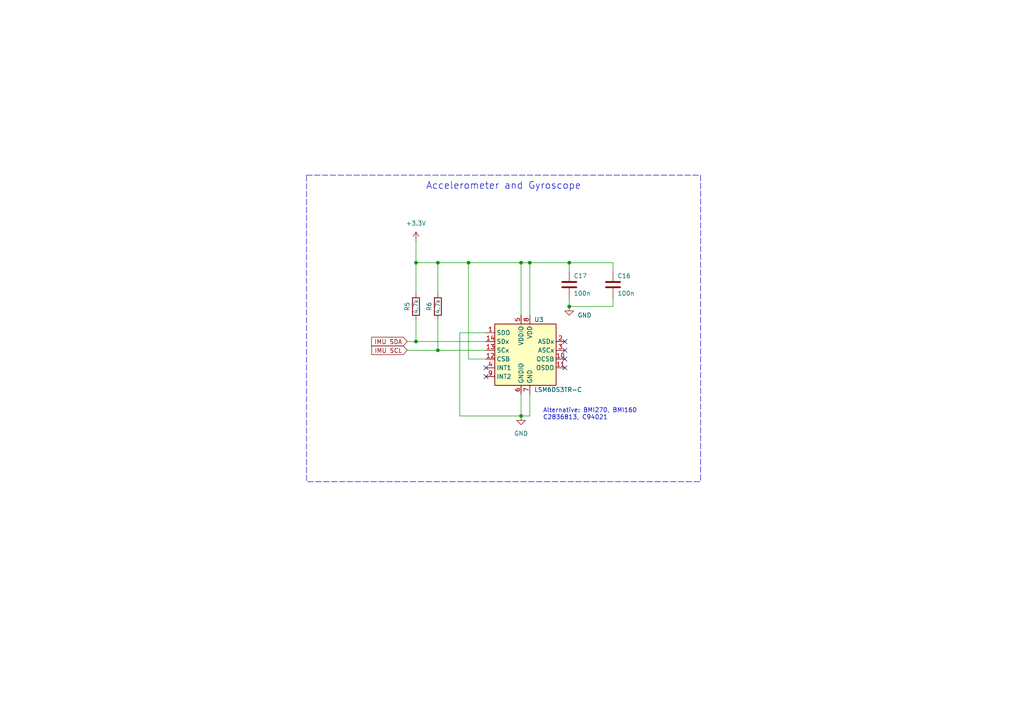
<source format=kicad_sch>
(kicad_sch (version 20231120) (generator "eeschema") (generator_version "8.0")
  (paper "A4")
  (lib_symbols
    (symbol "Device:C" (pin_numbers hide) (pin_names (offset 0.254))
      (property "Reference" "C" (at 0.635 2.54 0))
      (property "Value" "C" (at 0.635 -2.54 0))
      (symbol "C_0_1"
        (polyline (pts (xy -2.032 -0.762) (xy 2.032 -0.762)) (stroke (width 0.508)))
        (polyline (pts (xy -2.032 0.762) (xy 2.032 0.762)) (stroke (width 0.508)))
      )
      (symbol "C_1_1"
        (pin passive line (at 0 3.81 270) (length 2.794) (name "~") (number "1"))
        (pin passive line (at 0 -3.81 90) (length 2.794) (name "~") (number "2"))
      )
    )
    (symbol "Device:R" (pin_numbers hide) (pin_names (offset 0))
      (property "Reference" "R" (at 2.032 0 90))
      (property "Value" "R" (at 0 0 90))
      (symbol "R_0_1"
        (rectangle (start -1.016 -2.54) (end 1.016 2.54) (stroke (width 0.254)))
      )
      (symbol "R_1_1"
        (pin passive line (at 0 3.81 270) (length 1.27) (name "~") (number "1"))
        (pin passive line (at 0 -3.81 90) (length 1.27) (name "~") (number "2"))
      )
    )
    (symbol "Sensor_Motion:BMI160"
      (property "Reference" "U" (at -10.16 8.89 0))
      (property "Value" "BMI160" (at 7.62 8.89 0))
      (symbol "BMI160_1_1"
        (rectangle (start -10.16 7.62) (end 7.62 -10.16) (stroke (width 0.254)) (fill (type background)))
        (pin bidirectional line (at -12.7 5.08 0) (length 2.54) (name "SDO") (number "1"))
        (pin bidirectional line (at 10.16 -2.54 180) (length 2.54) (name "OCSB") (number "10"))
        (pin bidirectional line (at 10.16 -5.08 180) (length 2.54) (name "OSDO") (number "11"))
        (pin input line (at -12.7 -2.54 0) (length 2.54) (name "CSB") (number "12"))
        (pin input line (at -12.7 0 0) (length 2.54) (name "SCx") (number "13"))
        (pin bidirectional line (at -12.7 2.54 0) (length 2.54) (name "SDx") (number "14"))
        (pin bidirectional line (at 10.16 2.54 180) (length 2.54) (name "ASDx") (number "2"))
        (pin output line (at 10.16 0 180) (length 2.54) (name "ASCx") (number "3"))
        (pin bidirectional line (at -12.7 -5.08 0) (length 2.54) (name "INT1") (number "4"))
        (pin power_in line (at -2.54 10.16 270) (length 2.54) (name "VDDIO") (number "5"))
        (pin power_in line (at -2.54 -12.7 90) (length 2.54) (name "GNDIO") (number "6"))
        (pin power_in line (at 0 -12.7 90) (length 2.54) (name "GND") (number "7"))
        (pin power_in line (at 0 10.16 270) (length 2.54) (name "VDD") (number "8"))
        (pin bidirectional line (at -12.7 -7.62 0) (length 2.54) (name "INT2") (number "9"))
      )
    )
    (symbol "power:+3.3V" (power) (pin_numbers hide) (pin_names (offset 0) hide)
      (property "Value" "+3.3V" (at 0 3.556 0))
      (symbol "+3.3V_0_1"
        (polyline (pts (xy -0.762 1.27) (xy 0 2.54)))
        (polyline (pts (xy 0 0) (xy 0 2.54)))
        (polyline (pts (xy 0 2.54) (xy 0.762 1.27)))
      )
      (symbol "+3.3V_1_1"
        (pin power_in line (at 0 0 90) (length 0) (name "~") (number "1"))
      )
    )
    (symbol "power:GND" (power) (pin_numbers hide) (pin_names (offset 0) hide)
      (property "Value" "GND" (at 0 -3.81 0))
      (symbol "GND_0_1"
        (polyline (pts (xy 0 0) (xy 0 -1.27) (xy 1.27 -1.27) (xy 0 -2.54) (xy -1.27 -1.27) (xy 0 -1.27)))
      )
      (symbol "GND_1_1"
        (pin power_in line (at 0 0 270) (length 0) (name "~") (number "1"))
      )
    )
  )
  (junction (at 151.13 76.2))
  (junction (at 135.89 76.2))
  (junction (at 127 76.2))
  (junction (at 165.1 88.9))
  (junction (at 120.65 99.06))
  (junction (at 153.67 76.2))
  (junction (at 165.1 76.2))
  (junction (at 120.65 76.2))
  (junction (at 151.13 120.65))
  (junction (at 127 101.6))
  (no_connect (at 163.83 99.06))
  (no_connect (at 163.83 101.6))
  (no_connect (at 140.97 106.68))
  (no_connect (at 163.83 104.14))
  (no_connect (at 140.97 109.22))
  (no_connect (at 163.83 106.68))
  (wire (pts (xy 177.8 86.36) (xy 177.8 88.9)))
  (wire (pts (xy 120.65 92.71) (xy 120.65 99.06)))
  (wire (pts (xy 135.89 76.2) (xy 151.13 76.2)))
  (wire (pts (xy 127 76.2) (xy 135.89 76.2)))
  (wire (pts (xy 153.67 76.2) (xy 153.67 91.44)))
  (wire (pts (xy 127 92.71) (xy 127 101.6)))
  (wire (pts (xy 127 85.09) (xy 127 76.2)))
  (wire (pts (xy 153.67 76.2) (xy 165.1 76.2)))
  (wire (pts (xy 140.97 104.14) (xy 135.89 104.14)))
  (wire (pts (xy 165.1 76.2) (xy 177.8 76.2)))
  (wire (pts (xy 120.65 76.2) (xy 127 76.2)))
  (wire (pts (xy 127 101.6) (xy 140.97 101.6)))
  (wire (pts (xy 151.13 114.3) (xy 151.13 120.65)))
  (wire (pts (xy 140.97 96.52) (xy 133.35 96.52)))
  (wire (pts (xy 151.13 76.2) (xy 153.67 76.2)))
  (wire (pts (xy 120.65 85.09) (xy 120.65 76.2)))
  (wire (pts (xy 133.35 96.52) (xy 133.35 120.65)))
  (wire (pts (xy 153.67 120.65) (xy 151.13 120.65)))
  (wire (pts (xy 133.35 120.65) (xy 151.13 120.65)))
  (wire (pts (xy 153.67 114.3) (xy 153.67 120.65)))
  (wire (pts (xy 120.65 69.85) (xy 120.65 76.2)))
  (wire (pts (xy 165.1 76.2) (xy 165.1 78.74)))
  (wire (pts (xy 177.8 78.74) (xy 177.8 76.2)))
  (wire (pts (xy 118.11 99.06) (xy 120.65 99.06)))
  (wire (pts (xy 165.1 86.36) (xy 165.1 88.9)))
  (wire (pts (xy 118.11 101.6) (xy 127 101.6)))
  (wire (pts (xy 135.89 76.2) (xy 135.89 104.14)))
  (wire (pts (xy 151.13 76.2) (xy 151.13 91.44)))
  (wire (pts (xy 120.65 99.06) (xy 140.97 99.06)))
  (wire (pts (xy 165.1 88.9) (xy 177.8 88.9)))
  (rectangle (start 88.9 50.8) (end 203.2 139.7) (stroke (width 0) (type dash)))
  (text "Accelerometer and Gyroscope" (at 146.05 53.975 0) (effects (font (size 2 2))))
  (text "Alternative: BMI270, BMI160\nC2836813, C94021" (at 157.48 121.92 0) (effects (font (size 1.27 1.27)) (justify left bottom)))
  (global_label "IMU SCL" (shape input) (at 118.11 101.6 180) (property "Intersheetrefs" "${INTERSHEET_REFS}" (effects (hide yes))))
  (global_label "IMU SDA" (shape input) (at 118.11 99.06 180) (property "Intersheetrefs" "${INTERSHEET_REFS}" (effects (hide yes))))
  (symbol (lib_id "power:GND") (at 151.13 120.65 0) (unit 1)
    (property "Reference" "#PWR023" (effects (hide yes)))
    (property "Value" "GND" (at 151.13 125.73 0))
    (property "Description" "Power symbol creates a global label with name \"GND\" , ground" (effects (hide yes)))
  )
  (symbol (lib_id "Sensor_Motion:BMI160") (at 153.67 101.6 0) (unit 1)
    (property "Reference" "U3" (at 154.94 92.71 0) (effects (justify left)))
    (property "Value" "LSM6DS3TR-C" (at 154.94 113.03 0) (effects (justify left)))
    (property "Footprint" "Package_LGA:Bosch_LGA-14_3x2.5mm_P0.5mm" (effects (hide yes)))
    (property "Datasheet" "https://www.bosch-sensortec.com/media/boschsensortec/downloads/datasheets/bst-bmi160-ds000.pdf" (effects (hide yes)))
    (property "MPN" "C967633" (effects (hide yes)))
  )
  (symbol (lib_id "Device:R") (at 120.65 88.9 0) (unit 1)
    (property "Reference" "R5" (at 118.11 88.9 90))
    (property "Value" "4.7k" (at 120.65 88.9 90))
    (property "Footprint" "Resistor_SMD:R_0603_1608Metric" (effects (hide yes)))
    (property "MPN" "C23162" (effects (hide yes)))
  )
  (symbol (lib_id "power:+3.3V") (at 120.65 69.85 0) (unit 1)
    (property "Reference" "#PWR024" (effects (hide yes)))
    (property "Value" "+3.3V" (at 120.65 64.77 0))
    (property "Description" "Power symbol creates a global label with name \"+3.3V\"" (effects (hide yes)))
  )
  (symbol (lib_id "Device:C") (at 177.8 82.55 0) (unit 1)
    (property "Reference" "C16" (at 179.07 80.01 0) (effects (justify left)))
    (property "Value" "100n" (at 179.07 85.09 0) (effects (justify left)))
    (property "Footprint" "GigaVescLibs:C_0603_1608Metric_L" (effects (hide yes)))
    (property "MPN" "C14663" (effects (hide yes)))
  )
  (symbol (lib_id "Device:C") (at 165.1 82.55 0) (unit 1)
    (property "Reference" "C17" (at 166.37 80.01 0) (effects (justify left)))
    (property "Value" "100n" (at 166.37 85.09 0) (effects (justify left)))
    (property "Footprint" "GigaVescLibs:C_0603_1608Metric_L" (effects (hide yes)))
    (property "MPN" "C14663" (effects (hide yes)))
  )
  (symbol (lib_id "Device:R") (at 127 88.9 0) (unit 1)
    (property "Reference" "R6" (at 124.46 88.9 90))
    (property "Value" "4.7k" (at 127 88.9 90))
    (property "Footprint" "Resistor_SMD:R_0603_1608Metric" (effects (hide yes)))
    (property "MPN" "C23162" (effects (hide yes)))
  )
  (symbol (lib_id "power:GND") (at 165.1 88.9 0) (unit 1)
    (property "Reference" "#PWR025" (effects (hide yes)))
    (property "Value" "GND" (at 169.545 91.44 0))
    (property "Description" "Power symbol creates a global label with name \"GND\" , ground" (effects (hide yes)))
  )
)
</source>
